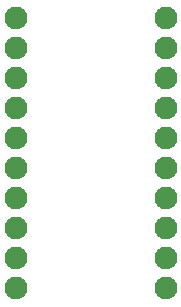
<source format=gbr>
G04 EAGLE Gerber RS-274X export*
G75*
%MOMM*%
%FSLAX34Y34*%
%LPD*%
%INBottom Copper*%
%IPPOS*%
%AMOC8*
5,1,8,0,0,1.08239X$1,22.5*%
G01*
%ADD10C,1.930400*%


D10*
X146050Y266700D03*
X146050Y241300D03*
X146050Y215900D03*
X146050Y190500D03*
X146050Y165100D03*
X146050Y139700D03*
X146050Y114300D03*
X146050Y88900D03*
X146050Y63500D03*
X146050Y38100D03*
X19050Y38100D03*
X19050Y63500D03*
X19050Y88900D03*
X19050Y114300D03*
X19050Y139700D03*
X19050Y165100D03*
X19050Y190500D03*
X19050Y215900D03*
X19050Y241300D03*
X19050Y266700D03*
M02*

</source>
